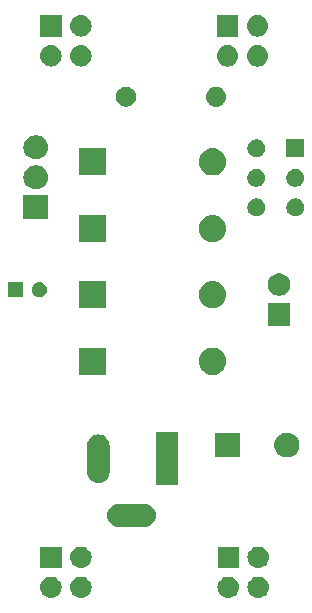
<source format=gts>
G04 #@! TF.GenerationSoftware,KiCad,Pcbnew,(5.1.4)-1*
G04 #@! TF.CreationDate,2021-12-06T15:52:36-07:00*
G04 #@! TF.ProjectId,BreadBoard PS Ver2,42726561-6442-46f6-9172-642050532056,2*
G04 #@! TF.SameCoordinates,Original*
G04 #@! TF.FileFunction,Soldermask,Top*
G04 #@! TF.FilePolarity,Negative*
%FSLAX46Y46*%
G04 Gerber Fmt 4.6, Leading zero omitted, Abs format (unit mm)*
G04 Created by KiCad (PCBNEW (5.1.4)-1) date 2021-12-06 15:52:36*
%MOMM*%
%LPD*%
G04 APERTURE LIST*
%ADD10C,0.100000*%
G04 APERTURE END LIST*
D10*
G36*
X165049343Y-120936619D02*
G01*
X165115527Y-120943137D01*
X165285366Y-120994657D01*
X165441891Y-121078322D01*
X165477629Y-121107652D01*
X165579086Y-121190914D01*
X165662348Y-121292371D01*
X165691678Y-121328109D01*
X165775343Y-121484634D01*
X165826863Y-121654473D01*
X165844259Y-121831100D01*
X165826863Y-122007727D01*
X165775343Y-122177566D01*
X165691678Y-122334091D01*
X165662348Y-122369829D01*
X165579086Y-122471286D01*
X165477629Y-122554548D01*
X165441891Y-122583878D01*
X165285366Y-122667543D01*
X165115527Y-122719063D01*
X165049342Y-122725582D01*
X164983160Y-122732100D01*
X164894640Y-122732100D01*
X164828458Y-122725582D01*
X164762273Y-122719063D01*
X164592434Y-122667543D01*
X164435909Y-122583878D01*
X164400171Y-122554548D01*
X164298714Y-122471286D01*
X164215452Y-122369829D01*
X164186122Y-122334091D01*
X164102457Y-122177566D01*
X164050937Y-122007727D01*
X164033541Y-121831100D01*
X164050937Y-121654473D01*
X164102457Y-121484634D01*
X164186122Y-121328109D01*
X164215452Y-121292371D01*
X164298714Y-121190914D01*
X164400171Y-121107652D01*
X164435909Y-121078322D01*
X164592434Y-120994657D01*
X164762273Y-120943137D01*
X164828457Y-120936619D01*
X164894640Y-120930100D01*
X164983160Y-120930100D01*
X165049343Y-120936619D01*
X165049343Y-120936619D01*
G37*
G36*
X162509343Y-120936619D02*
G01*
X162575527Y-120943137D01*
X162745366Y-120994657D01*
X162901891Y-121078322D01*
X162937629Y-121107652D01*
X163039086Y-121190914D01*
X163122348Y-121292371D01*
X163151678Y-121328109D01*
X163235343Y-121484634D01*
X163286863Y-121654473D01*
X163304259Y-121831100D01*
X163286863Y-122007727D01*
X163235343Y-122177566D01*
X163151678Y-122334091D01*
X163122348Y-122369829D01*
X163039086Y-122471286D01*
X162937629Y-122554548D01*
X162901891Y-122583878D01*
X162745366Y-122667543D01*
X162575527Y-122719063D01*
X162509342Y-122725582D01*
X162443160Y-122732100D01*
X162354640Y-122732100D01*
X162288458Y-122725582D01*
X162222273Y-122719063D01*
X162052434Y-122667543D01*
X161895909Y-122583878D01*
X161860171Y-122554548D01*
X161758714Y-122471286D01*
X161675452Y-122369829D01*
X161646122Y-122334091D01*
X161562457Y-122177566D01*
X161510937Y-122007727D01*
X161493541Y-121831100D01*
X161510937Y-121654473D01*
X161562457Y-121484634D01*
X161646122Y-121328109D01*
X161675452Y-121292371D01*
X161758714Y-121190914D01*
X161860171Y-121107652D01*
X161895909Y-121078322D01*
X162052434Y-120994657D01*
X162222273Y-120943137D01*
X162288457Y-120936619D01*
X162354640Y-120930100D01*
X162443160Y-120930100D01*
X162509343Y-120936619D01*
X162509343Y-120936619D01*
G37*
G36*
X150037943Y-120936619D02*
G01*
X150104127Y-120943137D01*
X150273966Y-120994657D01*
X150430491Y-121078322D01*
X150466229Y-121107652D01*
X150567686Y-121190914D01*
X150650948Y-121292371D01*
X150680278Y-121328109D01*
X150763943Y-121484634D01*
X150815463Y-121654473D01*
X150832859Y-121831100D01*
X150815463Y-122007727D01*
X150763943Y-122177566D01*
X150680278Y-122334091D01*
X150650948Y-122369829D01*
X150567686Y-122471286D01*
X150466229Y-122554548D01*
X150430491Y-122583878D01*
X150273966Y-122667543D01*
X150104127Y-122719063D01*
X150037942Y-122725582D01*
X149971760Y-122732100D01*
X149883240Y-122732100D01*
X149817058Y-122725582D01*
X149750873Y-122719063D01*
X149581034Y-122667543D01*
X149424509Y-122583878D01*
X149388771Y-122554548D01*
X149287314Y-122471286D01*
X149204052Y-122369829D01*
X149174722Y-122334091D01*
X149091057Y-122177566D01*
X149039537Y-122007727D01*
X149022141Y-121831100D01*
X149039537Y-121654473D01*
X149091057Y-121484634D01*
X149174722Y-121328109D01*
X149204052Y-121292371D01*
X149287314Y-121190914D01*
X149388771Y-121107652D01*
X149424509Y-121078322D01*
X149581034Y-120994657D01*
X149750873Y-120943137D01*
X149817057Y-120936619D01*
X149883240Y-120930100D01*
X149971760Y-120930100D01*
X150037943Y-120936619D01*
X150037943Y-120936619D01*
G37*
G36*
X147497943Y-120936619D02*
G01*
X147564127Y-120943137D01*
X147733966Y-120994657D01*
X147890491Y-121078322D01*
X147926229Y-121107652D01*
X148027686Y-121190914D01*
X148110948Y-121292371D01*
X148140278Y-121328109D01*
X148223943Y-121484634D01*
X148275463Y-121654473D01*
X148292859Y-121831100D01*
X148275463Y-122007727D01*
X148223943Y-122177566D01*
X148140278Y-122334091D01*
X148110948Y-122369829D01*
X148027686Y-122471286D01*
X147926229Y-122554548D01*
X147890491Y-122583878D01*
X147733966Y-122667543D01*
X147564127Y-122719063D01*
X147497942Y-122725582D01*
X147431760Y-122732100D01*
X147343240Y-122732100D01*
X147277058Y-122725582D01*
X147210873Y-122719063D01*
X147041034Y-122667543D01*
X146884509Y-122583878D01*
X146848771Y-122554548D01*
X146747314Y-122471286D01*
X146664052Y-122369829D01*
X146634722Y-122334091D01*
X146551057Y-122177566D01*
X146499537Y-122007727D01*
X146482141Y-121831100D01*
X146499537Y-121654473D01*
X146551057Y-121484634D01*
X146634722Y-121328109D01*
X146664052Y-121292371D01*
X146747314Y-121190914D01*
X146848771Y-121107652D01*
X146884509Y-121078322D01*
X147041034Y-120994657D01*
X147210873Y-120943137D01*
X147277057Y-120936619D01*
X147343240Y-120930100D01*
X147431760Y-120930100D01*
X147497943Y-120936619D01*
X147497943Y-120936619D01*
G37*
G36*
X163299900Y-120192100D02*
G01*
X161497900Y-120192100D01*
X161497900Y-118390100D01*
X163299900Y-118390100D01*
X163299900Y-120192100D01*
X163299900Y-120192100D01*
G37*
G36*
X148288500Y-120192100D02*
G01*
X146486500Y-120192100D01*
X146486500Y-118390100D01*
X148288500Y-118390100D01*
X148288500Y-120192100D01*
X148288500Y-120192100D01*
G37*
G36*
X150037942Y-118396618D02*
G01*
X150104127Y-118403137D01*
X150273966Y-118454657D01*
X150430491Y-118538322D01*
X150466229Y-118567652D01*
X150567686Y-118650914D01*
X150650948Y-118752371D01*
X150680278Y-118788109D01*
X150763943Y-118944634D01*
X150815463Y-119114473D01*
X150832859Y-119291100D01*
X150815463Y-119467727D01*
X150763943Y-119637566D01*
X150680278Y-119794091D01*
X150650948Y-119829829D01*
X150567686Y-119931286D01*
X150466229Y-120014548D01*
X150430491Y-120043878D01*
X150273966Y-120127543D01*
X150104127Y-120179063D01*
X150037943Y-120185581D01*
X149971760Y-120192100D01*
X149883240Y-120192100D01*
X149817057Y-120185581D01*
X149750873Y-120179063D01*
X149581034Y-120127543D01*
X149424509Y-120043878D01*
X149388771Y-120014548D01*
X149287314Y-119931286D01*
X149204052Y-119829829D01*
X149174722Y-119794091D01*
X149091057Y-119637566D01*
X149039537Y-119467727D01*
X149022141Y-119291100D01*
X149039537Y-119114473D01*
X149091057Y-118944634D01*
X149174722Y-118788109D01*
X149204052Y-118752371D01*
X149287314Y-118650914D01*
X149388771Y-118567652D01*
X149424509Y-118538322D01*
X149581034Y-118454657D01*
X149750873Y-118403137D01*
X149817058Y-118396618D01*
X149883240Y-118390100D01*
X149971760Y-118390100D01*
X150037942Y-118396618D01*
X150037942Y-118396618D01*
G37*
G36*
X165049342Y-118396618D02*
G01*
X165115527Y-118403137D01*
X165285366Y-118454657D01*
X165441891Y-118538322D01*
X165477629Y-118567652D01*
X165579086Y-118650914D01*
X165662348Y-118752371D01*
X165691678Y-118788109D01*
X165775343Y-118944634D01*
X165826863Y-119114473D01*
X165844259Y-119291100D01*
X165826863Y-119467727D01*
X165775343Y-119637566D01*
X165691678Y-119794091D01*
X165662348Y-119829829D01*
X165579086Y-119931286D01*
X165477629Y-120014548D01*
X165441891Y-120043878D01*
X165285366Y-120127543D01*
X165115527Y-120179063D01*
X165049343Y-120185581D01*
X164983160Y-120192100D01*
X164894640Y-120192100D01*
X164828457Y-120185581D01*
X164762273Y-120179063D01*
X164592434Y-120127543D01*
X164435909Y-120043878D01*
X164400171Y-120014548D01*
X164298714Y-119931286D01*
X164215452Y-119829829D01*
X164186122Y-119794091D01*
X164102457Y-119637566D01*
X164050937Y-119467727D01*
X164033541Y-119291100D01*
X164050937Y-119114473D01*
X164102457Y-118944634D01*
X164186122Y-118788109D01*
X164215452Y-118752371D01*
X164298714Y-118650914D01*
X164400171Y-118567652D01*
X164435909Y-118538322D01*
X164592434Y-118454657D01*
X164762273Y-118403137D01*
X164828458Y-118396618D01*
X164894640Y-118390100D01*
X164983160Y-118390100D01*
X165049342Y-118396618D01*
X165049342Y-118396618D01*
G37*
G36*
X155499725Y-114822660D02*
G01*
X155499728Y-114822661D01*
X155499729Y-114822661D01*
X155678993Y-114877040D01*
X155678996Y-114877042D01*
X155678997Y-114877042D01*
X155844203Y-114965346D01*
X155989012Y-115084188D01*
X156107854Y-115228997D01*
X156196158Y-115394203D01*
X156196160Y-115394207D01*
X156250539Y-115573471D01*
X156250540Y-115573475D01*
X156268901Y-115759900D01*
X156250540Y-115946325D01*
X156250539Y-115946328D01*
X156250539Y-115946329D01*
X156196160Y-116125593D01*
X156196158Y-116125596D01*
X156196158Y-116125597D01*
X156107854Y-116290803D01*
X155989012Y-116435612D01*
X155844203Y-116554454D01*
X155678997Y-116642758D01*
X155678993Y-116642760D01*
X155499729Y-116697139D01*
X155499728Y-116697139D01*
X155499725Y-116697140D01*
X155360018Y-116710900D01*
X153066582Y-116710900D01*
X152926875Y-116697140D01*
X152926872Y-116697139D01*
X152926871Y-116697139D01*
X152747607Y-116642760D01*
X152747603Y-116642758D01*
X152582397Y-116554454D01*
X152437588Y-116435612D01*
X152318746Y-116290803D01*
X152230442Y-116125597D01*
X152230442Y-116125596D01*
X152230440Y-116125593D01*
X152176061Y-115946329D01*
X152176061Y-115946328D01*
X152176060Y-115946325D01*
X152157699Y-115759900D01*
X152176060Y-115573475D01*
X152176061Y-115573471D01*
X152230440Y-115394207D01*
X152230442Y-115394203D01*
X152318746Y-115228997D01*
X152437588Y-115084188D01*
X152582397Y-114965346D01*
X152747603Y-114877042D01*
X152747604Y-114877042D01*
X152747607Y-114877040D01*
X152926871Y-114822661D01*
X152926872Y-114822661D01*
X152926875Y-114822660D01*
X153066582Y-114808900D01*
X155360018Y-114808900D01*
X155499725Y-114822660D01*
X155499725Y-114822660D01*
G37*
G36*
X158164300Y-113210900D02*
G01*
X156262300Y-113210900D01*
X156262300Y-108708900D01*
X158164300Y-108708900D01*
X158164300Y-113210900D01*
X158164300Y-113210900D01*
G37*
G36*
X151599725Y-108922660D02*
G01*
X151599728Y-108922661D01*
X151599729Y-108922661D01*
X151778993Y-108977040D01*
X151778996Y-108977042D01*
X151778997Y-108977042D01*
X151944203Y-109065346D01*
X152089012Y-109184188D01*
X152207854Y-109328997D01*
X152291204Y-109484935D01*
X152296160Y-109494207D01*
X152350539Y-109673471D01*
X152350540Y-109673475D01*
X152364300Y-109813182D01*
X152364300Y-112106618D01*
X152350540Y-112246325D01*
X152350539Y-112246328D01*
X152350539Y-112246329D01*
X152296160Y-112425593D01*
X152296158Y-112425596D01*
X152296158Y-112425597D01*
X152207854Y-112590803D01*
X152089012Y-112735612D01*
X151944203Y-112854454D01*
X151778996Y-112942758D01*
X151778992Y-112942760D01*
X151599728Y-112997139D01*
X151599727Y-112997139D01*
X151599724Y-112997140D01*
X151413300Y-113015501D01*
X151226875Y-112997140D01*
X151226872Y-112997139D01*
X151226871Y-112997139D01*
X151047607Y-112942760D01*
X151047603Y-112942758D01*
X150882397Y-112854454D01*
X150737588Y-112735612D01*
X150618746Y-112590803D01*
X150530442Y-112425596D01*
X150530441Y-112425593D01*
X150530440Y-112425592D01*
X150476061Y-112246328D01*
X150476061Y-112246327D01*
X150476060Y-112246324D01*
X150462300Y-112106617D01*
X150462301Y-109813182D01*
X150476061Y-109673475D01*
X150476062Y-109673471D01*
X150530441Y-109494207D01*
X150535397Y-109484935D01*
X150618747Y-109328997D01*
X150737589Y-109184188D01*
X150882398Y-109065346D01*
X151047604Y-108977042D01*
X151047605Y-108977042D01*
X151047608Y-108977040D01*
X151226872Y-108922661D01*
X151226873Y-108922661D01*
X151226876Y-108922660D01*
X151413300Y-108904299D01*
X151599725Y-108922660D01*
X151599725Y-108922660D01*
G37*
G36*
X167676064Y-108780889D02*
G01*
X167867333Y-108860115D01*
X167867335Y-108860116D01*
X167960940Y-108922661D01*
X168039473Y-108975135D01*
X168185865Y-109121527D01*
X168300885Y-109293667D01*
X168380111Y-109484936D01*
X168420500Y-109687984D01*
X168420500Y-109895016D01*
X168380111Y-110098064D01*
X168300885Y-110289333D01*
X168300884Y-110289335D01*
X168185865Y-110461473D01*
X168039473Y-110607865D01*
X167867335Y-110722884D01*
X167867334Y-110722885D01*
X167867333Y-110722885D01*
X167676064Y-110802111D01*
X167473016Y-110842500D01*
X167265984Y-110842500D01*
X167062936Y-110802111D01*
X166871667Y-110722885D01*
X166871666Y-110722885D01*
X166871665Y-110722884D01*
X166699527Y-110607865D01*
X166553135Y-110461473D01*
X166438116Y-110289335D01*
X166438115Y-110289333D01*
X166358889Y-110098064D01*
X166318500Y-109895016D01*
X166318500Y-109687984D01*
X166358889Y-109484936D01*
X166438115Y-109293667D01*
X166553135Y-109121527D01*
X166699527Y-108975135D01*
X166778060Y-108922661D01*
X166871665Y-108860116D01*
X166871667Y-108860115D01*
X167062936Y-108780889D01*
X167265984Y-108740500D01*
X167473016Y-108740500D01*
X167676064Y-108780889D01*
X167676064Y-108780889D01*
G37*
G36*
X163420500Y-110842500D02*
G01*
X161318500Y-110842500D01*
X161318500Y-108740500D01*
X163420500Y-108740500D01*
X163420500Y-110842500D01*
X163420500Y-110842500D01*
G37*
G36*
X161240271Y-101552303D02*
G01*
X161296635Y-101557854D01*
X161513600Y-101623670D01*
X161513602Y-101623671D01*
X161713555Y-101730547D01*
X161888818Y-101874382D01*
X162032653Y-102049645D01*
X162139529Y-102249598D01*
X162205346Y-102466566D01*
X162227569Y-102692200D01*
X162205346Y-102917834D01*
X162139529Y-103134802D01*
X162032653Y-103334755D01*
X161888818Y-103510018D01*
X161713555Y-103653853D01*
X161513602Y-103760729D01*
X161513600Y-103760730D01*
X161296635Y-103826546D01*
X161240271Y-103832097D01*
X161127545Y-103843200D01*
X161014455Y-103843200D01*
X160901729Y-103832097D01*
X160845365Y-103826546D01*
X160628400Y-103760730D01*
X160628398Y-103760729D01*
X160428445Y-103653853D01*
X160253182Y-103510018D01*
X160109347Y-103334755D01*
X160002471Y-103134802D01*
X159936654Y-102917834D01*
X159914431Y-102692200D01*
X159936654Y-102466566D01*
X160002471Y-102249598D01*
X160109347Y-102049645D01*
X160253182Y-101874382D01*
X160428445Y-101730547D01*
X160628398Y-101623671D01*
X160628400Y-101623670D01*
X160845365Y-101557854D01*
X160901729Y-101552303D01*
X161014455Y-101541200D01*
X161127545Y-101541200D01*
X161240271Y-101552303D01*
X161240271Y-101552303D01*
G37*
G36*
X152062000Y-103843200D02*
G01*
X149760000Y-103843200D01*
X149760000Y-101541200D01*
X152062000Y-101541200D01*
X152062000Y-103843200D01*
X152062000Y-103843200D01*
G37*
G36*
X167651200Y-99706200D02*
G01*
X165749200Y-99706200D01*
X165749200Y-97804200D01*
X167651200Y-97804200D01*
X167651200Y-99706200D01*
X167651200Y-99706200D01*
G37*
G36*
X161240271Y-95929778D02*
G01*
X161296635Y-95935329D01*
X161513600Y-96001145D01*
X161513602Y-96001146D01*
X161713555Y-96108022D01*
X161888818Y-96251857D01*
X162032653Y-96427120D01*
X162067650Y-96492596D01*
X162139530Y-96627075D01*
X162205346Y-96844040D01*
X162205346Y-96844041D01*
X162227569Y-97069675D01*
X162205346Y-97295309D01*
X162139529Y-97512277D01*
X162032653Y-97712230D01*
X161888818Y-97887493D01*
X161713555Y-98031328D01*
X161513602Y-98138204D01*
X161513600Y-98138205D01*
X161296635Y-98204021D01*
X161240271Y-98209572D01*
X161127545Y-98220675D01*
X161014455Y-98220675D01*
X160901729Y-98209572D01*
X160845365Y-98204021D01*
X160628400Y-98138205D01*
X160628398Y-98138204D01*
X160428445Y-98031328D01*
X160253182Y-97887493D01*
X160109347Y-97712230D01*
X160002471Y-97512277D01*
X159936654Y-97295309D01*
X159914431Y-97069675D01*
X159936654Y-96844041D01*
X159936654Y-96844040D01*
X160002470Y-96627075D01*
X160074350Y-96492596D01*
X160109347Y-96427120D01*
X160253182Y-96251857D01*
X160428445Y-96108022D01*
X160628398Y-96001146D01*
X160628400Y-96001145D01*
X160845365Y-95935329D01*
X160901729Y-95929778D01*
X161014455Y-95918675D01*
X161127545Y-95918675D01*
X161240271Y-95929778D01*
X161240271Y-95929778D01*
G37*
G36*
X152062000Y-98220675D02*
G01*
X149760000Y-98220675D01*
X149760000Y-95918675D01*
X152062000Y-95918675D01*
X152062000Y-98220675D01*
X152062000Y-98220675D01*
G37*
G36*
X146565533Y-96001145D02*
G01*
X146601590Y-96008317D01*
X146720064Y-96057391D01*
X146826688Y-96128635D01*
X146917365Y-96219312D01*
X146988609Y-96325936D01*
X147037683Y-96444410D01*
X147062700Y-96570182D01*
X147062700Y-96698418D01*
X147037683Y-96824190D01*
X146988609Y-96942664D01*
X146917365Y-97049288D01*
X146826688Y-97139965D01*
X146720064Y-97211209D01*
X146720063Y-97211210D01*
X146720062Y-97211210D01*
X146601590Y-97260283D01*
X146475819Y-97285300D01*
X146347581Y-97285300D01*
X146221810Y-97260283D01*
X146103338Y-97211210D01*
X146103337Y-97211210D01*
X146103336Y-97211209D01*
X145996712Y-97139965D01*
X145906035Y-97049288D01*
X145834791Y-96942664D01*
X145785717Y-96824190D01*
X145760700Y-96698418D01*
X145760700Y-96570182D01*
X145785717Y-96444410D01*
X145834791Y-96325936D01*
X145906035Y-96219312D01*
X145996712Y-96128635D01*
X146103336Y-96057391D01*
X146221810Y-96008317D01*
X146257867Y-96001145D01*
X146347581Y-95983300D01*
X146475819Y-95983300D01*
X146565533Y-96001145D01*
X146565533Y-96001145D01*
G37*
G36*
X145062700Y-97285300D02*
G01*
X143760700Y-97285300D01*
X143760700Y-95983300D01*
X145062700Y-95983300D01*
X145062700Y-97285300D01*
X145062700Y-97285300D01*
G37*
G36*
X166977595Y-95300746D02*
G01*
X167150666Y-95372434D01*
X167150667Y-95372435D01*
X167306427Y-95476510D01*
X167438890Y-95608973D01*
X167438891Y-95608975D01*
X167542966Y-95764734D01*
X167614654Y-95937805D01*
X167651200Y-96121533D01*
X167651200Y-96308867D01*
X167614654Y-96492595D01*
X167542966Y-96665666D01*
X167542965Y-96665667D01*
X167438890Y-96821427D01*
X167306427Y-96953890D01*
X167228018Y-97006281D01*
X167150666Y-97057966D01*
X166977595Y-97129654D01*
X166793867Y-97166200D01*
X166606533Y-97166200D01*
X166422805Y-97129654D01*
X166249734Y-97057966D01*
X166172382Y-97006281D01*
X166093973Y-96953890D01*
X165961510Y-96821427D01*
X165857435Y-96665667D01*
X165857434Y-96665666D01*
X165785746Y-96492595D01*
X165749200Y-96308867D01*
X165749200Y-96121533D01*
X165785746Y-95937805D01*
X165857434Y-95764734D01*
X165961509Y-95608975D01*
X165961510Y-95608973D01*
X166093973Y-95476510D01*
X166249733Y-95372435D01*
X166249734Y-95372434D01*
X166422805Y-95300746D01*
X166606533Y-95264200D01*
X166793867Y-95264200D01*
X166977595Y-95300746D01*
X166977595Y-95300746D01*
G37*
G36*
X152062000Y-92598150D02*
G01*
X149760000Y-92598150D01*
X149760000Y-90296150D01*
X152062000Y-90296150D01*
X152062000Y-92598150D01*
X152062000Y-92598150D01*
G37*
G36*
X161240271Y-90307253D02*
G01*
X161296635Y-90312804D01*
X161513600Y-90378620D01*
X161513602Y-90378621D01*
X161713555Y-90485497D01*
X161888818Y-90629332D01*
X162032653Y-90804595D01*
X162139529Y-91004548D01*
X162205346Y-91221516D01*
X162227569Y-91447150D01*
X162205346Y-91672784D01*
X162139529Y-91889752D01*
X162032653Y-92089705D01*
X161888818Y-92264968D01*
X161713555Y-92408803D01*
X161513602Y-92515679D01*
X161513600Y-92515680D01*
X161296635Y-92581496D01*
X161240271Y-92587047D01*
X161127545Y-92598150D01*
X161014455Y-92598150D01*
X160901729Y-92587047D01*
X160845365Y-92581496D01*
X160628400Y-92515680D01*
X160628398Y-92515679D01*
X160428445Y-92408803D01*
X160253182Y-92264968D01*
X160109347Y-92089705D01*
X160002471Y-91889752D01*
X159936654Y-91672784D01*
X159914431Y-91447150D01*
X159936654Y-91221516D01*
X160002471Y-91004548D01*
X160109347Y-90804595D01*
X160253182Y-90629332D01*
X160428445Y-90485497D01*
X160628398Y-90378621D01*
X160628400Y-90378620D01*
X160845365Y-90312804D01*
X160901729Y-90307253D01*
X161014455Y-90296150D01*
X161127545Y-90296150D01*
X161240271Y-90307253D01*
X161240271Y-90307253D01*
G37*
G36*
X147164500Y-90665500D02*
G01*
X145062500Y-90665500D01*
X145062500Y-88658500D01*
X147164500Y-88658500D01*
X147164500Y-90665500D01*
X147164500Y-90665500D01*
G37*
G36*
X165003559Y-88948760D02*
G01*
X165140232Y-89005372D01*
X165263235Y-89087560D01*
X165367840Y-89192165D01*
X165450028Y-89315168D01*
X165506640Y-89451841D01*
X165535500Y-89596933D01*
X165535500Y-89744867D01*
X165506640Y-89889959D01*
X165450028Y-90026632D01*
X165367840Y-90149635D01*
X165263235Y-90254240D01*
X165140232Y-90336428D01*
X165140231Y-90336429D01*
X165140230Y-90336429D01*
X165003559Y-90393040D01*
X164858468Y-90421900D01*
X164710532Y-90421900D01*
X164565441Y-90393040D01*
X164428770Y-90336429D01*
X164428769Y-90336429D01*
X164428768Y-90336428D01*
X164305765Y-90254240D01*
X164201160Y-90149635D01*
X164118972Y-90026632D01*
X164062360Y-89889959D01*
X164033500Y-89744867D01*
X164033500Y-89596933D01*
X164062360Y-89451841D01*
X164118972Y-89315168D01*
X164201160Y-89192165D01*
X164305765Y-89087560D01*
X164428768Y-89005372D01*
X164565441Y-88948760D01*
X164710532Y-88919900D01*
X164858468Y-88919900D01*
X165003559Y-88948760D01*
X165003559Y-88948760D01*
G37*
G36*
X168303559Y-88948760D02*
G01*
X168440232Y-89005372D01*
X168563235Y-89087560D01*
X168667840Y-89192165D01*
X168750028Y-89315168D01*
X168806640Y-89451841D01*
X168835500Y-89596933D01*
X168835500Y-89744867D01*
X168806640Y-89889959D01*
X168750028Y-90026632D01*
X168667840Y-90149635D01*
X168563235Y-90254240D01*
X168440232Y-90336428D01*
X168440231Y-90336429D01*
X168440230Y-90336429D01*
X168303559Y-90393040D01*
X168158468Y-90421900D01*
X168010532Y-90421900D01*
X167865441Y-90393040D01*
X167728770Y-90336429D01*
X167728769Y-90336429D01*
X167728768Y-90336428D01*
X167605765Y-90254240D01*
X167501160Y-90149635D01*
X167418972Y-90026632D01*
X167362360Y-89889959D01*
X167333500Y-89744867D01*
X167333500Y-89596933D01*
X167362360Y-89451841D01*
X167418972Y-89315168D01*
X167501160Y-89192165D01*
X167605765Y-89087560D01*
X167728768Y-89005372D01*
X167865441Y-88948760D01*
X168010532Y-88919900D01*
X168158468Y-88919900D01*
X168303559Y-88948760D01*
X168303559Y-88948760D01*
G37*
G36*
X146259436Y-86123340D02*
G01*
X146357720Y-86133020D01*
X146546881Y-86190401D01*
X146721212Y-86283583D01*
X146874015Y-86408985D01*
X146999417Y-86561788D01*
X147092599Y-86736119D01*
X147149980Y-86925280D01*
X147169355Y-87122000D01*
X147149980Y-87318720D01*
X147092599Y-87507881D01*
X146999417Y-87682212D01*
X146874015Y-87835015D01*
X146721212Y-87960417D01*
X146546881Y-88053599D01*
X146357720Y-88110980D01*
X146259436Y-88120660D01*
X146210295Y-88125500D01*
X146016705Y-88125500D01*
X145967564Y-88120660D01*
X145869280Y-88110980D01*
X145680119Y-88053599D01*
X145505788Y-87960417D01*
X145352985Y-87835015D01*
X145227583Y-87682212D01*
X145134401Y-87507881D01*
X145077020Y-87318720D01*
X145057645Y-87122000D01*
X145077020Y-86925280D01*
X145134401Y-86736119D01*
X145227583Y-86561788D01*
X145352985Y-86408985D01*
X145505788Y-86283583D01*
X145680119Y-86190401D01*
X145869280Y-86133020D01*
X145967564Y-86123340D01*
X146016705Y-86118500D01*
X146210295Y-86118500D01*
X146259436Y-86123340D01*
X146259436Y-86123340D01*
G37*
G36*
X165003559Y-86448760D02*
G01*
X165140232Y-86505372D01*
X165263235Y-86587560D01*
X165367840Y-86692165D01*
X165430724Y-86786278D01*
X165450029Y-86815170D01*
X165506640Y-86951841D01*
X165535500Y-87096932D01*
X165535500Y-87244868D01*
X165520810Y-87318720D01*
X165506640Y-87389959D01*
X165450028Y-87526632D01*
X165367840Y-87649635D01*
X165263235Y-87754240D01*
X165140232Y-87836428D01*
X165140231Y-87836429D01*
X165140230Y-87836429D01*
X165003559Y-87893040D01*
X164858468Y-87921900D01*
X164710532Y-87921900D01*
X164565441Y-87893040D01*
X164428770Y-87836429D01*
X164428769Y-87836429D01*
X164428768Y-87836428D01*
X164305765Y-87754240D01*
X164201160Y-87649635D01*
X164118972Y-87526632D01*
X164062360Y-87389959D01*
X164048190Y-87318720D01*
X164033500Y-87244868D01*
X164033500Y-87096932D01*
X164062360Y-86951841D01*
X164118971Y-86815170D01*
X164138276Y-86786278D01*
X164201160Y-86692165D01*
X164305765Y-86587560D01*
X164428768Y-86505372D01*
X164565441Y-86448760D01*
X164710532Y-86419900D01*
X164858468Y-86419900D01*
X165003559Y-86448760D01*
X165003559Y-86448760D01*
G37*
G36*
X168303559Y-86448760D02*
G01*
X168440232Y-86505372D01*
X168563235Y-86587560D01*
X168667840Y-86692165D01*
X168730724Y-86786278D01*
X168750029Y-86815170D01*
X168806640Y-86951841D01*
X168835500Y-87096932D01*
X168835500Y-87244868D01*
X168820810Y-87318720D01*
X168806640Y-87389959D01*
X168750028Y-87526632D01*
X168667840Y-87649635D01*
X168563235Y-87754240D01*
X168440232Y-87836428D01*
X168440231Y-87836429D01*
X168440230Y-87836429D01*
X168303559Y-87893040D01*
X168158468Y-87921900D01*
X168010532Y-87921900D01*
X167865441Y-87893040D01*
X167728770Y-87836429D01*
X167728769Y-87836429D01*
X167728768Y-87836428D01*
X167605765Y-87754240D01*
X167501160Y-87649635D01*
X167418972Y-87526632D01*
X167362360Y-87389959D01*
X167348190Y-87318720D01*
X167333500Y-87244868D01*
X167333500Y-87096932D01*
X167362360Y-86951841D01*
X167418971Y-86815170D01*
X167438276Y-86786278D01*
X167501160Y-86692165D01*
X167605765Y-86587560D01*
X167728768Y-86505372D01*
X167865441Y-86448760D01*
X168010532Y-86419900D01*
X168158468Y-86419900D01*
X168303559Y-86448760D01*
X168303559Y-86448760D01*
G37*
G36*
X161240271Y-84684728D02*
G01*
X161296635Y-84690279D01*
X161513600Y-84756095D01*
X161513602Y-84756096D01*
X161713555Y-84862972D01*
X161888818Y-85006807D01*
X162032653Y-85182070D01*
X162139529Y-85382023D01*
X162139530Y-85382025D01*
X162205346Y-85598990D01*
X162227569Y-85824625D01*
X162205346Y-86050260D01*
X162184646Y-86118500D01*
X162139529Y-86267227D01*
X162032653Y-86467180D01*
X161888818Y-86642443D01*
X161713555Y-86786278D01*
X161513602Y-86893154D01*
X161513600Y-86893155D01*
X161296635Y-86958971D01*
X161240271Y-86964522D01*
X161127545Y-86975625D01*
X161014455Y-86975625D01*
X160901729Y-86964522D01*
X160845365Y-86958971D01*
X160628400Y-86893155D01*
X160628398Y-86893154D01*
X160428445Y-86786278D01*
X160253182Y-86642443D01*
X160109347Y-86467180D01*
X160002471Y-86267227D01*
X159957355Y-86118500D01*
X159936654Y-86050260D01*
X159914431Y-85824625D01*
X159936654Y-85598990D01*
X160002470Y-85382025D01*
X160002471Y-85382023D01*
X160109347Y-85182070D01*
X160253182Y-85006807D01*
X160428445Y-84862972D01*
X160628398Y-84756096D01*
X160628400Y-84756095D01*
X160845365Y-84690279D01*
X160901729Y-84684728D01*
X161014455Y-84673625D01*
X161127545Y-84673625D01*
X161240271Y-84684728D01*
X161240271Y-84684728D01*
G37*
G36*
X152062000Y-86975625D02*
G01*
X149760000Y-86975625D01*
X149760000Y-84673625D01*
X152062000Y-84673625D01*
X152062000Y-86975625D01*
X152062000Y-86975625D01*
G37*
G36*
X146259436Y-83583340D02*
G01*
X146357720Y-83593020D01*
X146546881Y-83650401D01*
X146721212Y-83743583D01*
X146874015Y-83868985D01*
X146999417Y-84021788D01*
X147092599Y-84196119D01*
X147149980Y-84385280D01*
X147169355Y-84582000D01*
X147149980Y-84778720D01*
X147092599Y-84967881D01*
X146999417Y-85142212D01*
X146874015Y-85295015D01*
X146721212Y-85420417D01*
X146546881Y-85513599D01*
X146357720Y-85570980D01*
X146259436Y-85580660D01*
X146210295Y-85585500D01*
X146016705Y-85585500D01*
X145967564Y-85580660D01*
X145869280Y-85570980D01*
X145680119Y-85513599D01*
X145505788Y-85420417D01*
X145352985Y-85295015D01*
X145227583Y-85142212D01*
X145134401Y-84967881D01*
X145077020Y-84778720D01*
X145057645Y-84582000D01*
X145077020Y-84385280D01*
X145134401Y-84196119D01*
X145227583Y-84021788D01*
X145352985Y-83868985D01*
X145505788Y-83743583D01*
X145680119Y-83650401D01*
X145869280Y-83593020D01*
X145967564Y-83583340D01*
X146016705Y-83578500D01*
X146210295Y-83578500D01*
X146259436Y-83583340D01*
X146259436Y-83583340D01*
G37*
G36*
X165003559Y-83948760D02*
G01*
X165140232Y-84005372D01*
X165263235Y-84087560D01*
X165367840Y-84192165D01*
X165370482Y-84196119D01*
X165450029Y-84315170D01*
X165506640Y-84451841D01*
X165535500Y-84596932D01*
X165535500Y-84744868D01*
X165512008Y-84862972D01*
X165506640Y-84889959D01*
X165450028Y-85026632D01*
X165367840Y-85149635D01*
X165263235Y-85254240D01*
X165140232Y-85336428D01*
X165140231Y-85336429D01*
X165140230Y-85336429D01*
X165003559Y-85393040D01*
X164858468Y-85421900D01*
X164710532Y-85421900D01*
X164565441Y-85393040D01*
X164428770Y-85336429D01*
X164428769Y-85336429D01*
X164428768Y-85336428D01*
X164305765Y-85254240D01*
X164201160Y-85149635D01*
X164118972Y-85026632D01*
X164062360Y-84889959D01*
X164056992Y-84862972D01*
X164033500Y-84744868D01*
X164033500Y-84596932D01*
X164062360Y-84451841D01*
X164118971Y-84315170D01*
X164198518Y-84196119D01*
X164201160Y-84192165D01*
X164305765Y-84087560D01*
X164428768Y-84005372D01*
X164565441Y-83948760D01*
X164710532Y-83919900D01*
X164858468Y-83919900D01*
X165003559Y-83948760D01*
X165003559Y-83948760D01*
G37*
G36*
X168835500Y-85421900D02*
G01*
X167333500Y-85421900D01*
X167333500Y-83919900D01*
X168835500Y-83919900D01*
X168835500Y-85421900D01*
X168835500Y-85421900D01*
G37*
G36*
X161537823Y-79463413D02*
G01*
X161698242Y-79512076D01*
X161765361Y-79547952D01*
X161846078Y-79591096D01*
X161975659Y-79697441D01*
X162082004Y-79827022D01*
X162082005Y-79827024D01*
X162161024Y-79974858D01*
X162209687Y-80135277D01*
X162226117Y-80302100D01*
X162209687Y-80468923D01*
X162161024Y-80629342D01*
X162120477Y-80705200D01*
X162082004Y-80777178D01*
X161975659Y-80906759D01*
X161846078Y-81013104D01*
X161846076Y-81013105D01*
X161698242Y-81092124D01*
X161537823Y-81140787D01*
X161412804Y-81153100D01*
X161329196Y-81153100D01*
X161204177Y-81140787D01*
X161043758Y-81092124D01*
X160895924Y-81013105D01*
X160895922Y-81013104D01*
X160766341Y-80906759D01*
X160659996Y-80777178D01*
X160621523Y-80705200D01*
X160580976Y-80629342D01*
X160532313Y-80468923D01*
X160515883Y-80302100D01*
X160532313Y-80135277D01*
X160580976Y-79974858D01*
X160659995Y-79827024D01*
X160659996Y-79827022D01*
X160766341Y-79697441D01*
X160895922Y-79591096D01*
X160976639Y-79547952D01*
X161043758Y-79512076D01*
X161204177Y-79463413D01*
X161329196Y-79451100D01*
X161412804Y-79451100D01*
X161537823Y-79463413D01*
X161537823Y-79463413D01*
G37*
G36*
X153999228Y-79483803D02*
G01*
X154154100Y-79547953D01*
X154293481Y-79641085D01*
X154412015Y-79759619D01*
X154505147Y-79899000D01*
X154569297Y-80053872D01*
X154602000Y-80218284D01*
X154602000Y-80385916D01*
X154569297Y-80550328D01*
X154505147Y-80705200D01*
X154412015Y-80844581D01*
X154293481Y-80963115D01*
X154154100Y-81056247D01*
X153999228Y-81120397D01*
X153834816Y-81153100D01*
X153667184Y-81153100D01*
X153502772Y-81120397D01*
X153347900Y-81056247D01*
X153208519Y-80963115D01*
X153089985Y-80844581D01*
X152996853Y-80705200D01*
X152932703Y-80550328D01*
X152900000Y-80385916D01*
X152900000Y-80218284D01*
X152932703Y-80053872D01*
X152996853Y-79899000D01*
X153089985Y-79759619D01*
X153208519Y-79641085D01*
X153347900Y-79547953D01*
X153502772Y-79483803D01*
X153667184Y-79451100D01*
X153834816Y-79451100D01*
X153999228Y-79483803D01*
X153999228Y-79483803D01*
G37*
G36*
X150037943Y-75953219D02*
G01*
X150104127Y-75959737D01*
X150273966Y-76011257D01*
X150430491Y-76094922D01*
X150466229Y-76124252D01*
X150567686Y-76207514D01*
X150650948Y-76308971D01*
X150680278Y-76344709D01*
X150763943Y-76501234D01*
X150815463Y-76671073D01*
X150832859Y-76847700D01*
X150815463Y-77024327D01*
X150763943Y-77194166D01*
X150680278Y-77350691D01*
X150650948Y-77386429D01*
X150567686Y-77487886D01*
X150466229Y-77571148D01*
X150430491Y-77600478D01*
X150273966Y-77684143D01*
X150104127Y-77735663D01*
X150037943Y-77742181D01*
X149971760Y-77748700D01*
X149883240Y-77748700D01*
X149817057Y-77742181D01*
X149750873Y-77735663D01*
X149581034Y-77684143D01*
X149424509Y-77600478D01*
X149388771Y-77571148D01*
X149287314Y-77487886D01*
X149204052Y-77386429D01*
X149174722Y-77350691D01*
X149091057Y-77194166D01*
X149039537Y-77024327D01*
X149022141Y-76847700D01*
X149039537Y-76671073D01*
X149091057Y-76501234D01*
X149174722Y-76344709D01*
X149204052Y-76308971D01*
X149287314Y-76207514D01*
X149388771Y-76124252D01*
X149424509Y-76094922D01*
X149581034Y-76011257D01*
X149750873Y-75959737D01*
X149817057Y-75953219D01*
X149883240Y-75946700D01*
X149971760Y-75946700D01*
X150037943Y-75953219D01*
X150037943Y-75953219D01*
G37*
G36*
X147497943Y-75953219D02*
G01*
X147564127Y-75959737D01*
X147733966Y-76011257D01*
X147890491Y-76094922D01*
X147926229Y-76124252D01*
X148027686Y-76207514D01*
X148110948Y-76308971D01*
X148140278Y-76344709D01*
X148223943Y-76501234D01*
X148275463Y-76671073D01*
X148292859Y-76847700D01*
X148275463Y-77024327D01*
X148223943Y-77194166D01*
X148140278Y-77350691D01*
X148110948Y-77386429D01*
X148027686Y-77487886D01*
X147926229Y-77571148D01*
X147890491Y-77600478D01*
X147733966Y-77684143D01*
X147564127Y-77735663D01*
X147497943Y-77742181D01*
X147431760Y-77748700D01*
X147343240Y-77748700D01*
X147277057Y-77742181D01*
X147210873Y-77735663D01*
X147041034Y-77684143D01*
X146884509Y-77600478D01*
X146848771Y-77571148D01*
X146747314Y-77487886D01*
X146664052Y-77386429D01*
X146634722Y-77350691D01*
X146551057Y-77194166D01*
X146499537Y-77024327D01*
X146482141Y-76847700D01*
X146499537Y-76671073D01*
X146551057Y-76501234D01*
X146634722Y-76344709D01*
X146664052Y-76308971D01*
X146747314Y-76207514D01*
X146848771Y-76124252D01*
X146884509Y-76094922D01*
X147041034Y-76011257D01*
X147210873Y-75959737D01*
X147277057Y-75953219D01*
X147343240Y-75946700D01*
X147431760Y-75946700D01*
X147497943Y-75953219D01*
X147497943Y-75953219D01*
G37*
G36*
X162445843Y-75953219D02*
G01*
X162512027Y-75959737D01*
X162681866Y-76011257D01*
X162838391Y-76094922D01*
X162874129Y-76124252D01*
X162975586Y-76207514D01*
X163058848Y-76308971D01*
X163088178Y-76344709D01*
X163171843Y-76501234D01*
X163223363Y-76671073D01*
X163240759Y-76847700D01*
X163223363Y-77024327D01*
X163171843Y-77194166D01*
X163088178Y-77350691D01*
X163058848Y-77386429D01*
X162975586Y-77487886D01*
X162874129Y-77571148D01*
X162838391Y-77600478D01*
X162681866Y-77684143D01*
X162512027Y-77735663D01*
X162445843Y-77742181D01*
X162379660Y-77748700D01*
X162291140Y-77748700D01*
X162224957Y-77742181D01*
X162158773Y-77735663D01*
X161988934Y-77684143D01*
X161832409Y-77600478D01*
X161796671Y-77571148D01*
X161695214Y-77487886D01*
X161611952Y-77386429D01*
X161582622Y-77350691D01*
X161498957Y-77194166D01*
X161447437Y-77024327D01*
X161430041Y-76847700D01*
X161447437Y-76671073D01*
X161498957Y-76501234D01*
X161582622Y-76344709D01*
X161611952Y-76308971D01*
X161695214Y-76207514D01*
X161796671Y-76124252D01*
X161832409Y-76094922D01*
X161988934Y-76011257D01*
X162158773Y-75959737D01*
X162224957Y-75953219D01*
X162291140Y-75946700D01*
X162379660Y-75946700D01*
X162445843Y-75953219D01*
X162445843Y-75953219D01*
G37*
G36*
X164985843Y-75953219D02*
G01*
X165052027Y-75959737D01*
X165221866Y-76011257D01*
X165378391Y-76094922D01*
X165414129Y-76124252D01*
X165515586Y-76207514D01*
X165598848Y-76308971D01*
X165628178Y-76344709D01*
X165711843Y-76501234D01*
X165763363Y-76671073D01*
X165780759Y-76847700D01*
X165763363Y-77024327D01*
X165711843Y-77194166D01*
X165628178Y-77350691D01*
X165598848Y-77386429D01*
X165515586Y-77487886D01*
X165414129Y-77571148D01*
X165378391Y-77600478D01*
X165221866Y-77684143D01*
X165052027Y-77735663D01*
X164985843Y-77742181D01*
X164919660Y-77748700D01*
X164831140Y-77748700D01*
X164764957Y-77742181D01*
X164698773Y-77735663D01*
X164528934Y-77684143D01*
X164372409Y-77600478D01*
X164336671Y-77571148D01*
X164235214Y-77487886D01*
X164151952Y-77386429D01*
X164122622Y-77350691D01*
X164038957Y-77194166D01*
X163987437Y-77024327D01*
X163970041Y-76847700D01*
X163987437Y-76671073D01*
X164038957Y-76501234D01*
X164122622Y-76344709D01*
X164151952Y-76308971D01*
X164235214Y-76207514D01*
X164336671Y-76124252D01*
X164372409Y-76094922D01*
X164528934Y-76011257D01*
X164698773Y-75959737D01*
X164764957Y-75953219D01*
X164831140Y-75946700D01*
X164919660Y-75946700D01*
X164985843Y-75953219D01*
X164985843Y-75953219D01*
G37*
G36*
X148288500Y-75208700D02*
G01*
X146486500Y-75208700D01*
X146486500Y-73406700D01*
X148288500Y-73406700D01*
X148288500Y-75208700D01*
X148288500Y-75208700D01*
G37*
G36*
X150037942Y-73413218D02*
G01*
X150104127Y-73419737D01*
X150273966Y-73471257D01*
X150430491Y-73554922D01*
X150466229Y-73584252D01*
X150567686Y-73667514D01*
X150650948Y-73768971D01*
X150680278Y-73804709D01*
X150763943Y-73961234D01*
X150815463Y-74131073D01*
X150832859Y-74307700D01*
X150815463Y-74484327D01*
X150763943Y-74654166D01*
X150680278Y-74810691D01*
X150650948Y-74846429D01*
X150567686Y-74947886D01*
X150466229Y-75031148D01*
X150430491Y-75060478D01*
X150273966Y-75144143D01*
X150104127Y-75195663D01*
X150037943Y-75202181D01*
X149971760Y-75208700D01*
X149883240Y-75208700D01*
X149817057Y-75202181D01*
X149750873Y-75195663D01*
X149581034Y-75144143D01*
X149424509Y-75060478D01*
X149388771Y-75031148D01*
X149287314Y-74947886D01*
X149204052Y-74846429D01*
X149174722Y-74810691D01*
X149091057Y-74654166D01*
X149039537Y-74484327D01*
X149022141Y-74307700D01*
X149039537Y-74131073D01*
X149091057Y-73961234D01*
X149174722Y-73804709D01*
X149204052Y-73768971D01*
X149287314Y-73667514D01*
X149388771Y-73584252D01*
X149424509Y-73554922D01*
X149581034Y-73471257D01*
X149750873Y-73419737D01*
X149817058Y-73413218D01*
X149883240Y-73406700D01*
X149971760Y-73406700D01*
X150037942Y-73413218D01*
X150037942Y-73413218D01*
G37*
G36*
X163236400Y-75208700D02*
G01*
X161434400Y-75208700D01*
X161434400Y-73406700D01*
X163236400Y-73406700D01*
X163236400Y-75208700D01*
X163236400Y-75208700D01*
G37*
G36*
X164985842Y-73413218D02*
G01*
X165052027Y-73419737D01*
X165221866Y-73471257D01*
X165378391Y-73554922D01*
X165414129Y-73584252D01*
X165515586Y-73667514D01*
X165598848Y-73768971D01*
X165628178Y-73804709D01*
X165711843Y-73961234D01*
X165763363Y-74131073D01*
X165780759Y-74307700D01*
X165763363Y-74484327D01*
X165711843Y-74654166D01*
X165628178Y-74810691D01*
X165598848Y-74846429D01*
X165515586Y-74947886D01*
X165414129Y-75031148D01*
X165378391Y-75060478D01*
X165221866Y-75144143D01*
X165052027Y-75195663D01*
X164985843Y-75202181D01*
X164919660Y-75208700D01*
X164831140Y-75208700D01*
X164764957Y-75202181D01*
X164698773Y-75195663D01*
X164528934Y-75144143D01*
X164372409Y-75060478D01*
X164336671Y-75031148D01*
X164235214Y-74947886D01*
X164151952Y-74846429D01*
X164122622Y-74810691D01*
X164038957Y-74654166D01*
X163987437Y-74484327D01*
X163970041Y-74307700D01*
X163987437Y-74131073D01*
X164038957Y-73961234D01*
X164122622Y-73804709D01*
X164151952Y-73768971D01*
X164235214Y-73667514D01*
X164336671Y-73584252D01*
X164372409Y-73554922D01*
X164528934Y-73471257D01*
X164698773Y-73419737D01*
X164764958Y-73413218D01*
X164831140Y-73406700D01*
X164919660Y-73406700D01*
X164985842Y-73413218D01*
X164985842Y-73413218D01*
G37*
M02*

</source>
